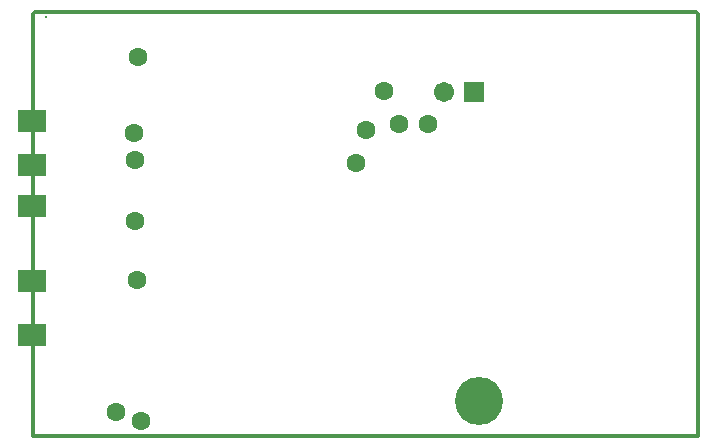
<source format=gbs>
G04 Layer_Color=16711935*
%FSLAX25Y25*%
%MOIN*%
G70*
G01*
G75*
%ADD42C,0.01200*%
%ADD43R,0.00984X0.00787*%
%ADD85R,0.09800X0.07800*%
%ADD86C,0.06312*%
%ADD87R,0.06706X0.06706*%
%ADD88C,0.06706*%
%ADD89C,0.16001*%
D42*
X106570Y240570D02*
X326930D01*
X106000Y240000D02*
X106570Y240570D01*
X106000Y99500D02*
Y240000D01*
X327500Y99500D02*
Y240000D01*
X106000Y99500D02*
X327500D01*
D43*
X110335Y239075D02*
D03*
D85*
X105577Y189803D02*
D03*
X105585Y150932D02*
D03*
X105630Y175992D02*
D03*
X105555Y204468D02*
D03*
X105630Y132992D02*
D03*
D86*
X223000Y214500D02*
D03*
X140945Y225787D02*
D03*
X133500Y107500D02*
D03*
X213500Y190500D02*
D03*
X217000Y201500D02*
D03*
X139500Y200500D02*
D03*
X237500Y203500D02*
D03*
X228000D02*
D03*
X140500Y151500D02*
D03*
X140000Y171000D02*
D03*
Y191500D02*
D03*
X142000Y104500D02*
D03*
D87*
X253000Y214000D02*
D03*
D88*
X243000D02*
D03*
D89*
X254500Y111000D02*
D03*
M02*

</source>
